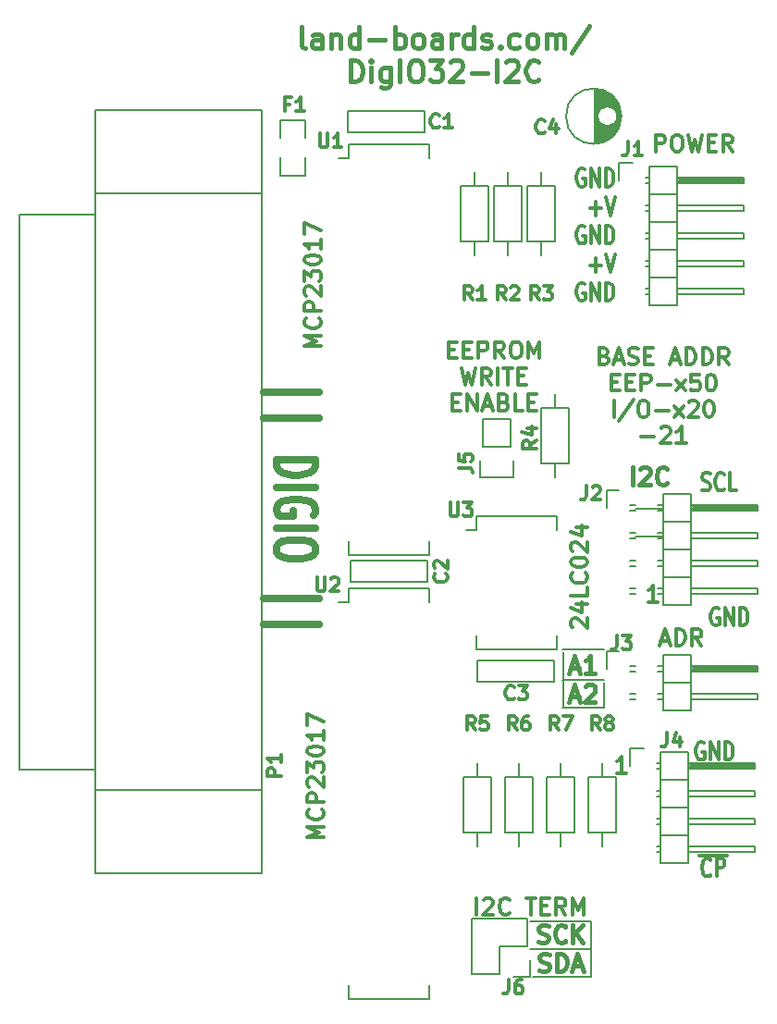
<source format=gto>
G04 #@! TF.FileFunction,Legend,Top*
%FSLAX46Y46*%
G04 Gerber Fmt 4.6, Leading zero omitted, Abs format (unit mm)*
G04 Created by KiCad (PCBNEW 4.0.1-stable) date 11/18/2016 12:56:03 PM*
%MOMM*%
G01*
G04 APERTURE LIST*
%ADD10C,0.150000*%
%ADD11C,0.300000*%
%ADD12C,0.200000*%
%ADD13C,0.396875*%
%ADD14C,0.381000*%
%ADD15C,0.635000*%
%ADD16C,0.127000*%
%ADD17C,0.317500*%
G04 APERTURE END LIST*
D10*
D11*
X61226095Y-92537643D02*
X61165619Y-92616262D01*
X60984190Y-92694881D01*
X60863238Y-92694881D01*
X60681810Y-92616262D01*
X60560857Y-92459024D01*
X60500381Y-92301786D01*
X60439905Y-91987310D01*
X60439905Y-91751452D01*
X60500381Y-91436976D01*
X60560857Y-91279738D01*
X60681810Y-91122500D01*
X60863238Y-91043881D01*
X60984190Y-91043881D01*
X61165619Y-91122500D01*
X61226095Y-91201119D01*
X61770381Y-92694881D02*
X61770381Y-91043881D01*
X62254190Y-91043881D01*
X62375143Y-91122500D01*
X62435619Y-91201119D01*
X62496095Y-91358357D01*
X62496095Y-91594214D01*
X62435619Y-91751452D01*
X62375143Y-91830071D01*
X62254190Y-91908690D01*
X61770381Y-91908690D01*
X60198000Y-90759280D02*
X62738000Y-90759280D01*
X60439905Y-57310262D02*
X60621333Y-57388881D01*
X60923714Y-57388881D01*
X61044667Y-57310262D01*
X61105143Y-57231643D01*
X61165619Y-57074405D01*
X61165619Y-56917167D01*
X61105143Y-56759929D01*
X61044667Y-56681310D01*
X60923714Y-56602690D01*
X60681810Y-56524071D01*
X60560857Y-56445452D01*
X60500381Y-56366833D01*
X60439905Y-56209595D01*
X60439905Y-56052357D01*
X60500381Y-55895119D01*
X60560857Y-55816500D01*
X60681810Y-55737881D01*
X60984190Y-55737881D01*
X61165619Y-55816500D01*
X62435619Y-57231643D02*
X62375143Y-57310262D01*
X62193714Y-57388881D01*
X62072762Y-57388881D01*
X61891334Y-57310262D01*
X61770381Y-57153024D01*
X61709905Y-56995786D01*
X61649429Y-56681310D01*
X61649429Y-56445452D01*
X61709905Y-56130976D01*
X61770381Y-55973738D01*
X61891334Y-55816500D01*
X62072762Y-55737881D01*
X62193714Y-55737881D01*
X62375143Y-55816500D01*
X62435619Y-55895119D01*
X63584667Y-57388881D02*
X62979905Y-57388881D01*
X62979905Y-55737881D01*
D12*
X50292000Y-99314000D02*
X44704000Y-99314000D01*
X50292000Y-101854000D02*
X44958000Y-101854000D01*
X50292000Y-96774000D02*
X50292000Y-101854000D01*
X44704000Y-96774000D02*
X50292000Y-96774000D01*
X47752000Y-72136000D02*
X47752000Y-77216000D01*
D13*
X48396072Y-73630896D02*
X49152024Y-73630896D01*
X48244881Y-74084468D02*
X48774048Y-72496968D01*
X49303215Y-74084468D01*
X50663929Y-74084468D02*
X49756786Y-74084468D01*
X50210357Y-74084468D02*
X50210357Y-72496968D01*
X50059167Y-72723753D01*
X49907976Y-72874944D01*
X49756786Y-72950539D01*
X48396072Y-76250271D02*
X49152024Y-76250271D01*
X48244881Y-76703843D02*
X48774048Y-75116343D01*
X49303215Y-76703843D01*
X49756786Y-75267533D02*
X49832381Y-75191938D01*
X49983572Y-75116343D01*
X50361548Y-75116343D01*
X50512738Y-75191938D01*
X50588334Y-75267533D01*
X50663929Y-75418724D01*
X50663929Y-75569914D01*
X50588334Y-75796700D01*
X49681191Y-76703843D01*
X50663929Y-76703843D01*
D11*
X25570571Y-44179427D02*
X24070571Y-44179427D01*
X25142000Y-43679427D01*
X24070571Y-43179427D01*
X25570571Y-43179427D01*
X25427714Y-41607998D02*
X25499143Y-41679427D01*
X25570571Y-41893713D01*
X25570571Y-42036570D01*
X25499143Y-42250855D01*
X25356286Y-42393713D01*
X25213429Y-42465141D01*
X24927714Y-42536570D01*
X24713429Y-42536570D01*
X24427714Y-42465141D01*
X24284857Y-42393713D01*
X24142000Y-42250855D01*
X24070571Y-42036570D01*
X24070571Y-41893713D01*
X24142000Y-41679427D01*
X24213429Y-41607998D01*
X25570571Y-40965141D02*
X24070571Y-40965141D01*
X24070571Y-40393713D01*
X24142000Y-40250855D01*
X24213429Y-40179427D01*
X24356286Y-40107998D01*
X24570571Y-40107998D01*
X24713429Y-40179427D01*
X24784857Y-40250855D01*
X24856286Y-40393713D01*
X24856286Y-40965141D01*
X24213429Y-39536570D02*
X24142000Y-39465141D01*
X24070571Y-39322284D01*
X24070571Y-38965141D01*
X24142000Y-38822284D01*
X24213429Y-38750855D01*
X24356286Y-38679427D01*
X24499143Y-38679427D01*
X24713429Y-38750855D01*
X25570571Y-39607998D01*
X25570571Y-38679427D01*
X24070571Y-38179427D02*
X24070571Y-37250856D01*
X24642000Y-37750856D01*
X24642000Y-37536570D01*
X24713429Y-37393713D01*
X24784857Y-37322284D01*
X24927714Y-37250856D01*
X25284857Y-37250856D01*
X25427714Y-37322284D01*
X25499143Y-37393713D01*
X25570571Y-37536570D01*
X25570571Y-37965142D01*
X25499143Y-38107999D01*
X25427714Y-38179427D01*
X24070571Y-36322285D02*
X24070571Y-36179428D01*
X24142000Y-36036571D01*
X24213429Y-35965142D01*
X24356286Y-35893713D01*
X24642000Y-35822285D01*
X24999143Y-35822285D01*
X25284857Y-35893713D01*
X25427714Y-35965142D01*
X25499143Y-36036571D01*
X25570571Y-36179428D01*
X25570571Y-36322285D01*
X25499143Y-36465142D01*
X25427714Y-36536571D01*
X25284857Y-36607999D01*
X24999143Y-36679428D01*
X24642000Y-36679428D01*
X24356286Y-36607999D01*
X24213429Y-36536571D01*
X24142000Y-36465142D01*
X24070571Y-36322285D01*
X25570571Y-34393714D02*
X25570571Y-35250857D01*
X25570571Y-34822285D02*
X24070571Y-34822285D01*
X24284857Y-34965142D01*
X24427714Y-35108000D01*
X24499143Y-35250857D01*
X24070571Y-33893714D02*
X24070571Y-32893714D01*
X25570571Y-33536571D01*
D12*
X54350000Y-59046000D02*
X56890000Y-59046000D01*
X54350000Y-61586000D02*
X56890000Y-61586000D01*
X47698000Y-71952000D02*
X51508000Y-71952000D01*
X47698000Y-74746000D02*
X51508000Y-74746000D01*
X51508000Y-77286000D02*
X51508000Y-75000000D01*
X47698000Y-77286000D02*
X51508000Y-77286000D01*
D11*
X56225714Y-26332571D02*
X56225714Y-24832571D01*
X56797142Y-24832571D01*
X56940000Y-24904000D01*
X57011428Y-24975429D01*
X57082857Y-25118286D01*
X57082857Y-25332571D01*
X57011428Y-25475429D01*
X56940000Y-25546857D01*
X56797142Y-25618286D01*
X56225714Y-25618286D01*
X58011428Y-24832571D02*
X58297142Y-24832571D01*
X58440000Y-24904000D01*
X58582857Y-25046857D01*
X58654285Y-25332571D01*
X58654285Y-25832571D01*
X58582857Y-26118286D01*
X58440000Y-26261143D01*
X58297142Y-26332571D01*
X58011428Y-26332571D01*
X57868571Y-26261143D01*
X57725714Y-26118286D01*
X57654285Y-25832571D01*
X57654285Y-25332571D01*
X57725714Y-25046857D01*
X57868571Y-24904000D01*
X58011428Y-24832571D01*
X59154286Y-24832571D02*
X59511429Y-26332571D01*
X59797143Y-25261143D01*
X60082857Y-26332571D01*
X60440000Y-24832571D01*
X61011429Y-25546857D02*
X61511429Y-25546857D01*
X61725715Y-26332571D02*
X61011429Y-26332571D01*
X61011429Y-24832571D01*
X61725715Y-24832571D01*
X63225715Y-26332571D02*
X62725715Y-25618286D01*
X62368572Y-26332571D02*
X62368572Y-24832571D01*
X62940000Y-24832571D01*
X63082858Y-24904000D01*
X63154286Y-24975429D01*
X63225715Y-25118286D01*
X63225715Y-25332571D01*
X63154286Y-25475429D01*
X63082858Y-25546857D01*
X62940000Y-25618286D01*
X62368572Y-25618286D01*
X37259143Y-44482857D02*
X37759143Y-44482857D01*
X37973429Y-45268571D02*
X37259143Y-45268571D01*
X37259143Y-43768571D01*
X37973429Y-43768571D01*
X38616286Y-44482857D02*
X39116286Y-44482857D01*
X39330572Y-45268571D02*
X38616286Y-45268571D01*
X38616286Y-43768571D01*
X39330572Y-43768571D01*
X39973429Y-45268571D02*
X39973429Y-43768571D01*
X40544857Y-43768571D01*
X40687715Y-43840000D01*
X40759143Y-43911429D01*
X40830572Y-44054286D01*
X40830572Y-44268571D01*
X40759143Y-44411429D01*
X40687715Y-44482857D01*
X40544857Y-44554286D01*
X39973429Y-44554286D01*
X42330572Y-45268571D02*
X41830572Y-44554286D01*
X41473429Y-45268571D02*
X41473429Y-43768571D01*
X42044857Y-43768571D01*
X42187715Y-43840000D01*
X42259143Y-43911429D01*
X42330572Y-44054286D01*
X42330572Y-44268571D01*
X42259143Y-44411429D01*
X42187715Y-44482857D01*
X42044857Y-44554286D01*
X41473429Y-44554286D01*
X43259143Y-43768571D02*
X43544857Y-43768571D01*
X43687715Y-43840000D01*
X43830572Y-43982857D01*
X43902000Y-44268571D01*
X43902000Y-44768571D01*
X43830572Y-45054286D01*
X43687715Y-45197143D01*
X43544857Y-45268571D01*
X43259143Y-45268571D01*
X43116286Y-45197143D01*
X42973429Y-45054286D01*
X42902000Y-44768571D01*
X42902000Y-44268571D01*
X42973429Y-43982857D01*
X43116286Y-43840000D01*
X43259143Y-43768571D01*
X44544858Y-45268571D02*
X44544858Y-43768571D01*
X45044858Y-44840000D01*
X45544858Y-43768571D01*
X45544858Y-45268571D01*
X38402000Y-46168571D02*
X38759143Y-47668571D01*
X39044857Y-46597143D01*
X39330571Y-47668571D01*
X39687714Y-46168571D01*
X41116286Y-47668571D02*
X40616286Y-46954286D01*
X40259143Y-47668571D02*
X40259143Y-46168571D01*
X40830571Y-46168571D01*
X40973429Y-46240000D01*
X41044857Y-46311429D01*
X41116286Y-46454286D01*
X41116286Y-46668571D01*
X41044857Y-46811429D01*
X40973429Y-46882857D01*
X40830571Y-46954286D01*
X40259143Y-46954286D01*
X41759143Y-47668571D02*
X41759143Y-46168571D01*
X42259143Y-46168571D02*
X43116286Y-46168571D01*
X42687715Y-47668571D02*
X42687715Y-46168571D01*
X43616286Y-46882857D02*
X44116286Y-46882857D01*
X44330572Y-47668571D02*
X43616286Y-47668571D01*
X43616286Y-46168571D01*
X44330572Y-46168571D01*
X37616286Y-49282857D02*
X38116286Y-49282857D01*
X38330572Y-50068571D02*
X37616286Y-50068571D01*
X37616286Y-48568571D01*
X38330572Y-48568571D01*
X38973429Y-50068571D02*
X38973429Y-48568571D01*
X39830572Y-50068571D01*
X39830572Y-48568571D01*
X40473429Y-49640000D02*
X41187715Y-49640000D01*
X40330572Y-50068571D02*
X40830572Y-48568571D01*
X41330572Y-50068571D01*
X42330572Y-49282857D02*
X42544858Y-49354286D01*
X42616286Y-49425714D01*
X42687715Y-49568571D01*
X42687715Y-49782857D01*
X42616286Y-49925714D01*
X42544858Y-49997143D01*
X42402000Y-50068571D01*
X41830572Y-50068571D01*
X41830572Y-48568571D01*
X42330572Y-48568571D01*
X42473429Y-48640000D01*
X42544858Y-48711429D01*
X42616286Y-48854286D01*
X42616286Y-48997143D01*
X42544858Y-49140000D01*
X42473429Y-49211429D01*
X42330572Y-49282857D01*
X41830572Y-49282857D01*
X44044858Y-50068571D02*
X43330572Y-50068571D01*
X43330572Y-48568571D01*
X44544858Y-49282857D02*
X45044858Y-49282857D01*
X45259144Y-50068571D02*
X44544858Y-50068571D01*
X44544858Y-48568571D01*
X45259144Y-48568571D01*
X48597429Y-69920856D02*
X48526000Y-69849427D01*
X48454571Y-69706570D01*
X48454571Y-69349427D01*
X48526000Y-69206570D01*
X48597429Y-69135141D01*
X48740286Y-69063713D01*
X48883143Y-69063713D01*
X49097429Y-69135141D01*
X49954571Y-69992284D01*
X49954571Y-69063713D01*
X48954571Y-67777999D02*
X49954571Y-67777999D01*
X48383143Y-68135142D02*
X49454571Y-68492285D01*
X49454571Y-67563713D01*
X49954571Y-66277999D02*
X49954571Y-66992285D01*
X48454571Y-66992285D01*
X49811714Y-64920856D02*
X49883143Y-64992285D01*
X49954571Y-65206571D01*
X49954571Y-65349428D01*
X49883143Y-65563713D01*
X49740286Y-65706571D01*
X49597429Y-65777999D01*
X49311714Y-65849428D01*
X49097429Y-65849428D01*
X48811714Y-65777999D01*
X48668857Y-65706571D01*
X48526000Y-65563713D01*
X48454571Y-65349428D01*
X48454571Y-65206571D01*
X48526000Y-64992285D01*
X48597429Y-64920856D01*
X48454571Y-63992285D02*
X48454571Y-63849428D01*
X48526000Y-63706571D01*
X48597429Y-63635142D01*
X48740286Y-63563713D01*
X49026000Y-63492285D01*
X49383143Y-63492285D01*
X49668857Y-63563713D01*
X49811714Y-63635142D01*
X49883143Y-63706571D01*
X49954571Y-63849428D01*
X49954571Y-63992285D01*
X49883143Y-64135142D01*
X49811714Y-64206571D01*
X49668857Y-64277999D01*
X49383143Y-64349428D01*
X49026000Y-64349428D01*
X48740286Y-64277999D01*
X48597429Y-64206571D01*
X48526000Y-64135142D01*
X48454571Y-63992285D01*
X48597429Y-62920857D02*
X48526000Y-62849428D01*
X48454571Y-62706571D01*
X48454571Y-62349428D01*
X48526000Y-62206571D01*
X48597429Y-62135142D01*
X48740286Y-62063714D01*
X48883143Y-62063714D01*
X49097429Y-62135142D01*
X49954571Y-62992285D01*
X49954571Y-62063714D01*
X48954571Y-60778000D02*
X49954571Y-60778000D01*
X48383143Y-61135143D02*
X49454571Y-61492286D01*
X49454571Y-60563714D01*
X25824571Y-89137427D02*
X24324571Y-89137427D01*
X25396000Y-88637427D01*
X24324571Y-88137427D01*
X25824571Y-88137427D01*
X25681714Y-86565998D02*
X25753143Y-86637427D01*
X25824571Y-86851713D01*
X25824571Y-86994570D01*
X25753143Y-87208855D01*
X25610286Y-87351713D01*
X25467429Y-87423141D01*
X25181714Y-87494570D01*
X24967429Y-87494570D01*
X24681714Y-87423141D01*
X24538857Y-87351713D01*
X24396000Y-87208855D01*
X24324571Y-86994570D01*
X24324571Y-86851713D01*
X24396000Y-86637427D01*
X24467429Y-86565998D01*
X25824571Y-85923141D02*
X24324571Y-85923141D01*
X24324571Y-85351713D01*
X24396000Y-85208855D01*
X24467429Y-85137427D01*
X24610286Y-85065998D01*
X24824571Y-85065998D01*
X24967429Y-85137427D01*
X25038857Y-85208855D01*
X25110286Y-85351713D01*
X25110286Y-85923141D01*
X24467429Y-84494570D02*
X24396000Y-84423141D01*
X24324571Y-84280284D01*
X24324571Y-83923141D01*
X24396000Y-83780284D01*
X24467429Y-83708855D01*
X24610286Y-83637427D01*
X24753143Y-83637427D01*
X24967429Y-83708855D01*
X25824571Y-84565998D01*
X25824571Y-83637427D01*
X24324571Y-83137427D02*
X24324571Y-82208856D01*
X24896000Y-82708856D01*
X24896000Y-82494570D01*
X24967429Y-82351713D01*
X25038857Y-82280284D01*
X25181714Y-82208856D01*
X25538857Y-82208856D01*
X25681714Y-82280284D01*
X25753143Y-82351713D01*
X25824571Y-82494570D01*
X25824571Y-82923142D01*
X25753143Y-83065999D01*
X25681714Y-83137427D01*
X24324571Y-81280285D02*
X24324571Y-81137428D01*
X24396000Y-80994571D01*
X24467429Y-80923142D01*
X24610286Y-80851713D01*
X24896000Y-80780285D01*
X25253143Y-80780285D01*
X25538857Y-80851713D01*
X25681714Y-80923142D01*
X25753143Y-80994571D01*
X25824571Y-81137428D01*
X25824571Y-81280285D01*
X25753143Y-81423142D01*
X25681714Y-81494571D01*
X25538857Y-81565999D01*
X25253143Y-81637428D01*
X24896000Y-81637428D01*
X24610286Y-81565999D01*
X24467429Y-81494571D01*
X24396000Y-81423142D01*
X24324571Y-81280285D01*
X25824571Y-79351714D02*
X25824571Y-80208857D01*
X25824571Y-79780285D02*
X24324571Y-79780285D01*
X24538857Y-79923142D01*
X24681714Y-80066000D01*
X24753143Y-80208857D01*
X24324571Y-78851714D02*
X24324571Y-77851714D01*
X25824571Y-78494571D01*
D13*
X45456929Y-98646873D02*
X45683715Y-98722468D01*
X46061691Y-98722468D01*
X46212881Y-98646873D01*
X46288477Y-98571277D01*
X46364072Y-98420087D01*
X46364072Y-98268896D01*
X46288477Y-98117706D01*
X46212881Y-98042111D01*
X46061691Y-97966515D01*
X45759310Y-97890920D01*
X45608119Y-97815325D01*
X45532524Y-97739730D01*
X45456929Y-97588539D01*
X45456929Y-97437349D01*
X45532524Y-97286158D01*
X45608119Y-97210563D01*
X45759310Y-97134968D01*
X46137286Y-97134968D01*
X46364072Y-97210563D01*
X47951572Y-98571277D02*
X47875977Y-98646873D01*
X47649191Y-98722468D01*
X47498001Y-98722468D01*
X47271215Y-98646873D01*
X47120024Y-98495682D01*
X47044429Y-98344492D01*
X46968834Y-98042111D01*
X46968834Y-97815325D01*
X47044429Y-97512944D01*
X47120024Y-97361753D01*
X47271215Y-97210563D01*
X47498001Y-97134968D01*
X47649191Y-97134968D01*
X47875977Y-97210563D01*
X47951572Y-97286158D01*
X48631929Y-98722468D02*
X48631929Y-97134968D01*
X49539072Y-98722468D02*
X48858715Y-97815325D01*
X49539072Y-97134968D02*
X48631929Y-98042111D01*
X45570322Y-101266248D02*
X45797108Y-101341843D01*
X46175084Y-101341843D01*
X46326274Y-101266248D01*
X46401870Y-101190652D01*
X46477465Y-101039462D01*
X46477465Y-100888271D01*
X46401870Y-100737081D01*
X46326274Y-100661486D01*
X46175084Y-100585890D01*
X45872703Y-100510295D01*
X45721512Y-100434700D01*
X45645917Y-100359105D01*
X45570322Y-100207914D01*
X45570322Y-100056724D01*
X45645917Y-99905533D01*
X45721512Y-99829938D01*
X45872703Y-99754343D01*
X46250679Y-99754343D01*
X46477465Y-99829938D01*
X47157822Y-101341843D02*
X47157822Y-99754343D01*
X47535798Y-99754343D01*
X47762584Y-99829938D01*
X47913775Y-99981128D01*
X47989370Y-100132319D01*
X48064965Y-100434700D01*
X48064965Y-100661486D01*
X47989370Y-100963867D01*
X47913775Y-101115057D01*
X47762584Y-101266248D01*
X47535798Y-101341843D01*
X47157822Y-101341843D01*
X48669727Y-100888271D02*
X49425679Y-100888271D01*
X48518536Y-101341843D02*
X49047703Y-99754343D01*
X49576870Y-101341843D01*
D11*
X39811143Y-96182571D02*
X39811143Y-94682571D01*
X40454000Y-94825429D02*
X40525429Y-94754000D01*
X40668286Y-94682571D01*
X41025429Y-94682571D01*
X41168286Y-94754000D01*
X41239715Y-94825429D01*
X41311143Y-94968286D01*
X41311143Y-95111143D01*
X41239715Y-95325429D01*
X40382572Y-96182571D01*
X41311143Y-96182571D01*
X42811143Y-96039714D02*
X42739714Y-96111143D01*
X42525428Y-96182571D01*
X42382571Y-96182571D01*
X42168286Y-96111143D01*
X42025428Y-95968286D01*
X41954000Y-95825429D01*
X41882571Y-95539714D01*
X41882571Y-95325429D01*
X41954000Y-95039714D01*
X42025428Y-94896857D01*
X42168286Y-94754000D01*
X42382571Y-94682571D01*
X42525428Y-94682571D01*
X42739714Y-94754000D01*
X42811143Y-94825429D01*
X44382571Y-94682571D02*
X45239714Y-94682571D01*
X44811143Y-96182571D02*
X44811143Y-94682571D01*
X45739714Y-95396857D02*
X46239714Y-95396857D01*
X46454000Y-96182571D02*
X45739714Y-96182571D01*
X45739714Y-94682571D01*
X46454000Y-94682571D01*
X47954000Y-96182571D02*
X47454000Y-95468286D01*
X47096857Y-96182571D02*
X47096857Y-94682571D01*
X47668285Y-94682571D01*
X47811143Y-94754000D01*
X47882571Y-94825429D01*
X47954000Y-94968286D01*
X47954000Y-95182571D01*
X47882571Y-95325429D01*
X47811143Y-95396857D01*
X47668285Y-95468286D01*
X47096857Y-95468286D01*
X48596857Y-96182571D02*
X48596857Y-94682571D01*
X49096857Y-95754000D01*
X49596857Y-94682571D01*
X49596857Y-96182571D01*
X56673714Y-71116000D02*
X57388000Y-71116000D01*
X56530857Y-71544571D02*
X57030857Y-70044571D01*
X57530857Y-71544571D01*
X58030857Y-71544571D02*
X58030857Y-70044571D01*
X58388000Y-70044571D01*
X58602285Y-70116000D01*
X58745143Y-70258857D01*
X58816571Y-70401714D01*
X58888000Y-70687429D01*
X58888000Y-70901714D01*
X58816571Y-71187429D01*
X58745143Y-71330286D01*
X58602285Y-71473143D01*
X58388000Y-71544571D01*
X58030857Y-71544571D01*
X60388000Y-71544571D02*
X59888000Y-70830286D01*
X59530857Y-71544571D02*
X59530857Y-70044571D01*
X60102285Y-70044571D01*
X60245143Y-70116000D01*
X60316571Y-70187429D01*
X60388000Y-70330286D01*
X60388000Y-70544571D01*
X60316571Y-70687429D01*
X60245143Y-70758857D01*
X60102285Y-70830286D01*
X59530857Y-70830286D01*
X53514572Y-83228571D02*
X52657429Y-83228571D01*
X53086001Y-83228571D02*
X53086001Y-81728571D01*
X52943144Y-81942857D01*
X52800286Y-82085714D01*
X52657429Y-82157143D01*
X56386572Y-67574571D02*
X55529429Y-67574571D01*
X55958001Y-67574571D02*
X55958001Y-66074571D01*
X55815144Y-66288857D01*
X55672286Y-66431714D01*
X55529429Y-66503143D01*
X49675143Y-27987700D02*
X49554191Y-27909081D01*
X49372762Y-27909081D01*
X49191334Y-27987700D01*
X49070381Y-28144938D01*
X49009905Y-28302176D01*
X48949429Y-28616652D01*
X48949429Y-28852510D01*
X49009905Y-29166986D01*
X49070381Y-29324224D01*
X49191334Y-29481462D01*
X49372762Y-29560081D01*
X49493714Y-29560081D01*
X49675143Y-29481462D01*
X49735619Y-29402843D01*
X49735619Y-28852510D01*
X49493714Y-28852510D01*
X50279905Y-29560081D02*
X50279905Y-27909081D01*
X51005619Y-29560081D01*
X51005619Y-27909081D01*
X51610381Y-29560081D02*
X51610381Y-27909081D01*
X51912762Y-27909081D01*
X52094190Y-27987700D01*
X52215143Y-28144938D01*
X52275619Y-28302176D01*
X52336095Y-28616652D01*
X52336095Y-28852510D01*
X52275619Y-29166986D01*
X52215143Y-29324224D01*
X52094190Y-29481462D01*
X51912762Y-29560081D01*
X51610381Y-29560081D01*
X50219429Y-31542529D02*
X51187048Y-31542529D01*
X50703238Y-32171481D02*
X50703238Y-30913576D01*
X51610381Y-30520481D02*
X52033715Y-32171481D01*
X52457048Y-30520481D01*
X49675143Y-33210500D02*
X49554191Y-33131881D01*
X49372762Y-33131881D01*
X49191334Y-33210500D01*
X49070381Y-33367738D01*
X49009905Y-33524976D01*
X48949429Y-33839452D01*
X48949429Y-34075310D01*
X49009905Y-34389786D01*
X49070381Y-34547024D01*
X49191334Y-34704262D01*
X49372762Y-34782881D01*
X49493714Y-34782881D01*
X49675143Y-34704262D01*
X49735619Y-34625643D01*
X49735619Y-34075310D01*
X49493714Y-34075310D01*
X50279905Y-34782881D02*
X50279905Y-33131881D01*
X51005619Y-34782881D01*
X51005619Y-33131881D01*
X51610381Y-34782881D02*
X51610381Y-33131881D01*
X51912762Y-33131881D01*
X52094190Y-33210500D01*
X52215143Y-33367738D01*
X52275619Y-33524976D01*
X52336095Y-33839452D01*
X52336095Y-34075310D01*
X52275619Y-34389786D01*
X52215143Y-34547024D01*
X52094190Y-34704262D01*
X51912762Y-34782881D01*
X51610381Y-34782881D01*
X50219429Y-36765329D02*
X51187048Y-36765329D01*
X50703238Y-37394281D02*
X50703238Y-36136376D01*
X51610381Y-35743281D02*
X52033715Y-37394281D01*
X52457048Y-35743281D01*
X49675143Y-38433300D02*
X49554191Y-38354681D01*
X49372762Y-38354681D01*
X49191334Y-38433300D01*
X49070381Y-38590538D01*
X49009905Y-38747776D01*
X48949429Y-39062252D01*
X48949429Y-39298110D01*
X49009905Y-39612586D01*
X49070381Y-39769824D01*
X49191334Y-39927062D01*
X49372762Y-40005681D01*
X49493714Y-40005681D01*
X49675143Y-39927062D01*
X49735619Y-39848443D01*
X49735619Y-39298110D01*
X49493714Y-39298110D01*
X50279905Y-40005681D02*
X50279905Y-38354681D01*
X51005619Y-40005681D01*
X51005619Y-38354681D01*
X51610381Y-40005681D02*
X51610381Y-38354681D01*
X51912762Y-38354681D01*
X52094190Y-38433300D01*
X52215143Y-38590538D01*
X52275619Y-38747776D01*
X52336095Y-39062252D01*
X52336095Y-39298110D01*
X52275619Y-39612586D01*
X52215143Y-39769824D01*
X52094190Y-39927062D01*
X51912762Y-40005681D01*
X51610381Y-40005681D01*
X60597143Y-80454500D02*
X60476191Y-80375881D01*
X60294762Y-80375881D01*
X60113334Y-80454500D01*
X59992381Y-80611738D01*
X59931905Y-80768976D01*
X59871429Y-81083452D01*
X59871429Y-81319310D01*
X59931905Y-81633786D01*
X59992381Y-81791024D01*
X60113334Y-81948262D01*
X60294762Y-82026881D01*
X60415714Y-82026881D01*
X60597143Y-81948262D01*
X60657619Y-81869643D01*
X60657619Y-81319310D01*
X60415714Y-81319310D01*
X61201905Y-82026881D02*
X61201905Y-80375881D01*
X61927619Y-82026881D01*
X61927619Y-80375881D01*
X62532381Y-82026881D02*
X62532381Y-80375881D01*
X62834762Y-80375881D01*
X63016190Y-80454500D01*
X63137143Y-80611738D01*
X63197619Y-80768976D01*
X63258095Y-81083452D01*
X63258095Y-81319310D01*
X63197619Y-81633786D01*
X63137143Y-81791024D01*
X63016190Y-81948262D01*
X62834762Y-82026881D01*
X62532381Y-82026881D01*
X51503144Y-45060857D02*
X51717430Y-45132286D01*
X51788858Y-45203714D01*
X51860287Y-45346571D01*
X51860287Y-45560857D01*
X51788858Y-45703714D01*
X51717430Y-45775143D01*
X51574572Y-45846571D01*
X51003144Y-45846571D01*
X51003144Y-44346571D01*
X51503144Y-44346571D01*
X51646001Y-44418000D01*
X51717430Y-44489429D01*
X51788858Y-44632286D01*
X51788858Y-44775143D01*
X51717430Y-44918000D01*
X51646001Y-44989429D01*
X51503144Y-45060857D01*
X51003144Y-45060857D01*
X52431715Y-45418000D02*
X53146001Y-45418000D01*
X52288858Y-45846571D02*
X52788858Y-44346571D01*
X53288858Y-45846571D01*
X53717429Y-45775143D02*
X53931715Y-45846571D01*
X54288858Y-45846571D01*
X54431715Y-45775143D01*
X54503144Y-45703714D01*
X54574572Y-45560857D01*
X54574572Y-45418000D01*
X54503144Y-45275143D01*
X54431715Y-45203714D01*
X54288858Y-45132286D01*
X54003144Y-45060857D01*
X53860286Y-44989429D01*
X53788858Y-44918000D01*
X53717429Y-44775143D01*
X53717429Y-44632286D01*
X53788858Y-44489429D01*
X53860286Y-44418000D01*
X54003144Y-44346571D01*
X54360286Y-44346571D01*
X54574572Y-44418000D01*
X55217429Y-45060857D02*
X55717429Y-45060857D01*
X55931715Y-45846571D02*
X55217429Y-45846571D01*
X55217429Y-44346571D01*
X55931715Y-44346571D01*
X57646000Y-45418000D02*
X58360286Y-45418000D01*
X57503143Y-45846571D02*
X58003143Y-44346571D01*
X58503143Y-45846571D01*
X59003143Y-45846571D02*
X59003143Y-44346571D01*
X59360286Y-44346571D01*
X59574571Y-44418000D01*
X59717429Y-44560857D01*
X59788857Y-44703714D01*
X59860286Y-44989429D01*
X59860286Y-45203714D01*
X59788857Y-45489429D01*
X59717429Y-45632286D01*
X59574571Y-45775143D01*
X59360286Y-45846571D01*
X59003143Y-45846571D01*
X60503143Y-45846571D02*
X60503143Y-44346571D01*
X60860286Y-44346571D01*
X61074571Y-44418000D01*
X61217429Y-44560857D01*
X61288857Y-44703714D01*
X61360286Y-44989429D01*
X61360286Y-45203714D01*
X61288857Y-45489429D01*
X61217429Y-45632286D01*
X61074571Y-45775143D01*
X60860286Y-45846571D01*
X60503143Y-45846571D01*
X62860286Y-45846571D02*
X62360286Y-45132286D01*
X62003143Y-45846571D02*
X62003143Y-44346571D01*
X62574571Y-44346571D01*
X62717429Y-44418000D01*
X62788857Y-44489429D01*
X62860286Y-44632286D01*
X62860286Y-44846571D01*
X62788857Y-44989429D01*
X62717429Y-45060857D01*
X62574571Y-45132286D01*
X62003143Y-45132286D01*
X52181715Y-47460857D02*
X52681715Y-47460857D01*
X52896001Y-48246571D02*
X52181715Y-48246571D01*
X52181715Y-46746571D01*
X52896001Y-46746571D01*
X53538858Y-47460857D02*
X54038858Y-47460857D01*
X54253144Y-48246571D02*
X53538858Y-48246571D01*
X53538858Y-46746571D01*
X54253144Y-46746571D01*
X54896001Y-48246571D02*
X54896001Y-46746571D01*
X55467429Y-46746571D01*
X55610287Y-46818000D01*
X55681715Y-46889429D01*
X55753144Y-47032286D01*
X55753144Y-47246571D01*
X55681715Y-47389429D01*
X55610287Y-47460857D01*
X55467429Y-47532286D01*
X54896001Y-47532286D01*
X56396001Y-47675143D02*
X57538858Y-47675143D01*
X58110287Y-48246571D02*
X58896001Y-47246571D01*
X58110287Y-47246571D02*
X58896001Y-48246571D01*
X60181716Y-46746571D02*
X59467430Y-46746571D01*
X59396001Y-47460857D01*
X59467430Y-47389429D01*
X59610287Y-47318000D01*
X59967430Y-47318000D01*
X60110287Y-47389429D01*
X60181716Y-47460857D01*
X60253144Y-47603714D01*
X60253144Y-47960857D01*
X60181716Y-48103714D01*
X60110287Y-48175143D01*
X59967430Y-48246571D01*
X59610287Y-48246571D01*
X59467430Y-48175143D01*
X59396001Y-48103714D01*
X61181715Y-46746571D02*
X61324572Y-46746571D01*
X61467429Y-46818000D01*
X61538858Y-46889429D01*
X61610287Y-47032286D01*
X61681715Y-47318000D01*
X61681715Y-47675143D01*
X61610287Y-47960857D01*
X61538858Y-48103714D01*
X61467429Y-48175143D01*
X61324572Y-48246571D01*
X61181715Y-48246571D01*
X61038858Y-48175143D01*
X60967429Y-48103714D01*
X60896001Y-47960857D01*
X60824572Y-47675143D01*
X60824572Y-47318000D01*
X60896001Y-47032286D01*
X60967429Y-46889429D01*
X61038858Y-46818000D01*
X61181715Y-46746571D01*
X52360286Y-50646571D02*
X52360286Y-49146571D01*
X54146000Y-49075143D02*
X52860286Y-51003714D01*
X54931715Y-49146571D02*
X55217429Y-49146571D01*
X55360287Y-49218000D01*
X55503144Y-49360857D01*
X55574572Y-49646571D01*
X55574572Y-50146571D01*
X55503144Y-50432286D01*
X55360287Y-50575143D01*
X55217429Y-50646571D01*
X54931715Y-50646571D01*
X54788858Y-50575143D01*
X54646001Y-50432286D01*
X54574572Y-50146571D01*
X54574572Y-49646571D01*
X54646001Y-49360857D01*
X54788858Y-49218000D01*
X54931715Y-49146571D01*
X56217430Y-50075143D02*
X57360287Y-50075143D01*
X57931716Y-50646571D02*
X58717430Y-49646571D01*
X57931716Y-49646571D02*
X58717430Y-50646571D01*
X59217430Y-49289429D02*
X59288859Y-49218000D01*
X59431716Y-49146571D01*
X59788859Y-49146571D01*
X59931716Y-49218000D01*
X60003145Y-49289429D01*
X60074573Y-49432286D01*
X60074573Y-49575143D01*
X60003145Y-49789429D01*
X59146002Y-50646571D01*
X60074573Y-50646571D01*
X61003144Y-49146571D02*
X61146001Y-49146571D01*
X61288858Y-49218000D01*
X61360287Y-49289429D01*
X61431716Y-49432286D01*
X61503144Y-49718000D01*
X61503144Y-50075143D01*
X61431716Y-50360857D01*
X61360287Y-50503714D01*
X61288858Y-50575143D01*
X61146001Y-50646571D01*
X61003144Y-50646571D01*
X60860287Y-50575143D01*
X60788858Y-50503714D01*
X60717430Y-50360857D01*
X60646001Y-50075143D01*
X60646001Y-49718000D01*
X60717430Y-49432286D01*
X60788858Y-49289429D01*
X60860287Y-49218000D01*
X61003144Y-49146571D01*
X54896001Y-52475143D02*
X56038858Y-52475143D01*
X56681715Y-51689429D02*
X56753144Y-51618000D01*
X56896001Y-51546571D01*
X57253144Y-51546571D01*
X57396001Y-51618000D01*
X57467430Y-51689429D01*
X57538858Y-51832286D01*
X57538858Y-51975143D01*
X57467430Y-52189429D01*
X56610287Y-53046571D01*
X57538858Y-53046571D01*
X58967429Y-53046571D02*
X58110286Y-53046571D01*
X58538858Y-53046571D02*
X58538858Y-51546571D01*
X58396001Y-51760857D01*
X58253143Y-51903714D01*
X58110286Y-51975143D01*
D14*
X24084645Y-16863786D02*
X23903217Y-16773071D01*
X23812502Y-16591643D01*
X23812502Y-14958786D01*
X25626788Y-16863786D02*
X25626788Y-15865929D01*
X25536074Y-15684500D01*
X25354645Y-15593786D01*
X24991788Y-15593786D01*
X24810359Y-15684500D01*
X25626788Y-16773071D02*
X25445359Y-16863786D01*
X24991788Y-16863786D01*
X24810359Y-16773071D01*
X24719645Y-16591643D01*
X24719645Y-16410214D01*
X24810359Y-16228786D01*
X24991788Y-16138071D01*
X25445359Y-16138071D01*
X25626788Y-16047357D01*
X26533930Y-15593786D02*
X26533930Y-16863786D01*
X26533930Y-15775214D02*
X26624645Y-15684500D01*
X26806073Y-15593786D01*
X27078216Y-15593786D01*
X27259645Y-15684500D01*
X27350359Y-15865929D01*
X27350359Y-16863786D01*
X29073930Y-16863786D02*
X29073930Y-14958786D01*
X29073930Y-16773071D02*
X28892501Y-16863786D01*
X28529644Y-16863786D01*
X28348216Y-16773071D01*
X28257501Y-16682357D01*
X28166787Y-16500929D01*
X28166787Y-15956643D01*
X28257501Y-15775214D01*
X28348216Y-15684500D01*
X28529644Y-15593786D01*
X28892501Y-15593786D01*
X29073930Y-15684500D01*
X29981072Y-16138071D02*
X31432501Y-16138071D01*
X32339643Y-16863786D02*
X32339643Y-14958786D01*
X32339643Y-15684500D02*
X32521072Y-15593786D01*
X32883929Y-15593786D01*
X33065358Y-15684500D01*
X33156072Y-15775214D01*
X33246786Y-15956643D01*
X33246786Y-16500929D01*
X33156072Y-16682357D01*
X33065358Y-16773071D01*
X32883929Y-16863786D01*
X32521072Y-16863786D01*
X32339643Y-16773071D01*
X34335357Y-16863786D02*
X34153929Y-16773071D01*
X34063214Y-16682357D01*
X33972500Y-16500929D01*
X33972500Y-15956643D01*
X34063214Y-15775214D01*
X34153929Y-15684500D01*
X34335357Y-15593786D01*
X34607500Y-15593786D01*
X34788929Y-15684500D01*
X34879643Y-15775214D01*
X34970357Y-15956643D01*
X34970357Y-16500929D01*
X34879643Y-16682357D01*
X34788929Y-16773071D01*
X34607500Y-16863786D01*
X34335357Y-16863786D01*
X36603214Y-16863786D02*
X36603214Y-15865929D01*
X36512500Y-15684500D01*
X36331071Y-15593786D01*
X35968214Y-15593786D01*
X35786785Y-15684500D01*
X36603214Y-16773071D02*
X36421785Y-16863786D01*
X35968214Y-16863786D01*
X35786785Y-16773071D01*
X35696071Y-16591643D01*
X35696071Y-16410214D01*
X35786785Y-16228786D01*
X35968214Y-16138071D01*
X36421785Y-16138071D01*
X36603214Y-16047357D01*
X37510356Y-16863786D02*
X37510356Y-15593786D01*
X37510356Y-15956643D02*
X37601071Y-15775214D01*
X37691785Y-15684500D01*
X37873214Y-15593786D01*
X38054642Y-15593786D01*
X39506071Y-16863786D02*
X39506071Y-14958786D01*
X39506071Y-16773071D02*
X39324642Y-16863786D01*
X38961785Y-16863786D01*
X38780357Y-16773071D01*
X38689642Y-16682357D01*
X38598928Y-16500929D01*
X38598928Y-15956643D01*
X38689642Y-15775214D01*
X38780357Y-15684500D01*
X38961785Y-15593786D01*
X39324642Y-15593786D01*
X39506071Y-15684500D01*
X40322499Y-16773071D02*
X40503928Y-16863786D01*
X40866785Y-16863786D01*
X41048213Y-16773071D01*
X41138928Y-16591643D01*
X41138928Y-16500929D01*
X41048213Y-16319500D01*
X40866785Y-16228786D01*
X40594642Y-16228786D01*
X40413213Y-16138071D01*
X40322499Y-15956643D01*
X40322499Y-15865929D01*
X40413213Y-15684500D01*
X40594642Y-15593786D01*
X40866785Y-15593786D01*
X41048213Y-15684500D01*
X41955356Y-16682357D02*
X42046071Y-16773071D01*
X41955356Y-16863786D01*
X41864642Y-16773071D01*
X41955356Y-16682357D01*
X41955356Y-16863786D01*
X43678928Y-16773071D02*
X43497499Y-16863786D01*
X43134642Y-16863786D01*
X42953214Y-16773071D01*
X42862499Y-16682357D01*
X42771785Y-16500929D01*
X42771785Y-15956643D01*
X42862499Y-15775214D01*
X42953214Y-15684500D01*
X43134642Y-15593786D01*
X43497499Y-15593786D01*
X43678928Y-15684500D01*
X44767499Y-16863786D02*
X44586071Y-16773071D01*
X44495356Y-16682357D01*
X44404642Y-16500929D01*
X44404642Y-15956643D01*
X44495356Y-15775214D01*
X44586071Y-15684500D01*
X44767499Y-15593786D01*
X45039642Y-15593786D01*
X45221071Y-15684500D01*
X45311785Y-15775214D01*
X45402499Y-15956643D01*
X45402499Y-16500929D01*
X45311785Y-16682357D01*
X45221071Y-16773071D01*
X45039642Y-16863786D01*
X44767499Y-16863786D01*
X46218927Y-16863786D02*
X46218927Y-15593786D01*
X46218927Y-15775214D02*
X46309642Y-15684500D01*
X46491070Y-15593786D01*
X46763213Y-15593786D01*
X46944642Y-15684500D01*
X47035356Y-15865929D01*
X47035356Y-16863786D01*
X47035356Y-15865929D02*
X47126070Y-15684500D01*
X47307499Y-15593786D01*
X47579642Y-15593786D01*
X47761070Y-15684500D01*
X47851785Y-15865929D01*
X47851785Y-16863786D01*
X50119642Y-14868071D02*
X48486785Y-17317357D01*
X28257500Y-19911786D02*
X28257500Y-18006786D01*
X28711072Y-18006786D01*
X28983215Y-18097500D01*
X29164643Y-18278929D01*
X29255358Y-18460357D01*
X29346072Y-18823214D01*
X29346072Y-19095357D01*
X29255358Y-19458214D01*
X29164643Y-19639643D01*
X28983215Y-19821071D01*
X28711072Y-19911786D01*
X28257500Y-19911786D01*
X30162500Y-19911786D02*
X30162500Y-18641786D01*
X30162500Y-18006786D02*
X30071786Y-18097500D01*
X30162500Y-18188214D01*
X30253215Y-18097500D01*
X30162500Y-18006786D01*
X30162500Y-18188214D01*
X31886072Y-18641786D02*
X31886072Y-20183929D01*
X31795358Y-20365357D01*
X31704643Y-20456071D01*
X31523215Y-20546786D01*
X31251072Y-20546786D01*
X31069643Y-20456071D01*
X31886072Y-19821071D02*
X31704643Y-19911786D01*
X31341786Y-19911786D01*
X31160358Y-19821071D01*
X31069643Y-19730357D01*
X30978929Y-19548929D01*
X30978929Y-19004643D01*
X31069643Y-18823214D01*
X31160358Y-18732500D01*
X31341786Y-18641786D01*
X31704643Y-18641786D01*
X31886072Y-18732500D01*
X32793214Y-19911786D02*
X32793214Y-18006786D01*
X34063215Y-18006786D02*
X34426072Y-18006786D01*
X34607500Y-18097500D01*
X34788929Y-18278929D01*
X34879643Y-18641786D01*
X34879643Y-19276786D01*
X34788929Y-19639643D01*
X34607500Y-19821071D01*
X34426072Y-19911786D01*
X34063215Y-19911786D01*
X33881786Y-19821071D01*
X33700357Y-19639643D01*
X33609643Y-19276786D01*
X33609643Y-18641786D01*
X33700357Y-18278929D01*
X33881786Y-18097500D01*
X34063215Y-18006786D01*
X35514643Y-18006786D02*
X36693929Y-18006786D01*
X36058929Y-18732500D01*
X36331071Y-18732500D01*
X36512500Y-18823214D01*
X36603214Y-18913929D01*
X36693929Y-19095357D01*
X36693929Y-19548929D01*
X36603214Y-19730357D01*
X36512500Y-19821071D01*
X36331071Y-19911786D01*
X35786786Y-19911786D01*
X35605357Y-19821071D01*
X35514643Y-19730357D01*
X37419643Y-18188214D02*
X37510357Y-18097500D01*
X37691786Y-18006786D01*
X38145357Y-18006786D01*
X38326786Y-18097500D01*
X38417500Y-18188214D01*
X38508215Y-18369643D01*
X38508215Y-18551071D01*
X38417500Y-18823214D01*
X37328929Y-19911786D01*
X38508215Y-19911786D01*
X39324643Y-19186071D02*
X40776072Y-19186071D01*
X41683214Y-19911786D02*
X41683214Y-18006786D01*
X42499643Y-18188214D02*
X42590357Y-18097500D01*
X42771786Y-18006786D01*
X43225357Y-18006786D01*
X43406786Y-18097500D01*
X43497500Y-18188214D01*
X43588215Y-18369643D01*
X43588215Y-18551071D01*
X43497500Y-18823214D01*
X42408929Y-19911786D01*
X43588215Y-19911786D01*
X45493215Y-19730357D02*
X45402501Y-19821071D01*
X45130358Y-19911786D01*
X44948929Y-19911786D01*
X44676786Y-19821071D01*
X44495358Y-19639643D01*
X44404643Y-19458214D01*
X44313929Y-19095357D01*
X44313929Y-18823214D01*
X44404643Y-18460357D01*
X44495358Y-18278929D01*
X44676786Y-18097500D01*
X44948929Y-18006786D01*
X45130358Y-18006786D01*
X45402501Y-18097500D01*
X45493215Y-18188214D01*
D13*
X54076298Y-56852155D02*
X54076298Y-55264655D01*
X54756655Y-55415845D02*
X54832250Y-55340250D01*
X54983441Y-55264655D01*
X55361417Y-55264655D01*
X55512607Y-55340250D01*
X55588203Y-55415845D01*
X55663798Y-55567036D01*
X55663798Y-55718226D01*
X55588203Y-55945012D01*
X54681060Y-56852155D01*
X55663798Y-56852155D01*
X57251298Y-56700964D02*
X57175703Y-56776560D01*
X56948917Y-56852155D01*
X56797727Y-56852155D01*
X56570941Y-56776560D01*
X56419750Y-56625369D01*
X56344155Y-56474179D01*
X56268560Y-56171798D01*
X56268560Y-55945012D01*
X56344155Y-55642631D01*
X56419750Y-55491440D01*
X56570941Y-55340250D01*
X56797727Y-55264655D01*
X56948917Y-55264655D01*
X57175703Y-55340250D01*
X57251298Y-55415845D01*
D11*
X61967619Y-68174500D02*
X61846667Y-68095881D01*
X61665238Y-68095881D01*
X61483810Y-68174500D01*
X61362857Y-68331738D01*
X61302381Y-68488976D01*
X61241905Y-68803452D01*
X61241905Y-69039310D01*
X61302381Y-69353786D01*
X61362857Y-69511024D01*
X61483810Y-69668262D01*
X61665238Y-69746881D01*
X61786190Y-69746881D01*
X61967619Y-69668262D01*
X62028095Y-69589643D01*
X62028095Y-69039310D01*
X61786190Y-69039310D01*
X62572381Y-69746881D02*
X62572381Y-68095881D01*
X63298095Y-69746881D01*
X63298095Y-68095881D01*
X63902857Y-69746881D02*
X63902857Y-68095881D01*
X64205238Y-68095881D01*
X64386666Y-68174500D01*
X64507619Y-68331738D01*
X64568095Y-68488976D01*
X64628571Y-68803452D01*
X64628571Y-69039310D01*
X64568095Y-69353786D01*
X64507619Y-69511024D01*
X64386666Y-69668262D01*
X64205238Y-69746881D01*
X63902857Y-69746881D01*
D15*
X20320000Y-48368856D02*
X25400000Y-48368856D01*
X20320000Y-50787904D02*
X25400000Y-50787904D01*
X21505333Y-54537428D02*
X25061333Y-54537428D01*
X25061333Y-55142190D01*
X24892000Y-55505047D01*
X24553333Y-55746952D01*
X24214667Y-55867904D01*
X23537333Y-55988856D01*
X23029333Y-55988856D01*
X22352000Y-55867904D01*
X22013333Y-55746952D01*
X21674667Y-55505047D01*
X21505333Y-55142190D01*
X21505333Y-54537428D01*
X21505333Y-57077428D02*
X25061333Y-57077428D01*
X24892000Y-59617428D02*
X25061333Y-59375523D01*
X25061333Y-59012666D01*
X24892000Y-58649809D01*
X24553333Y-58407904D01*
X24214667Y-58286952D01*
X23537333Y-58166000D01*
X23029333Y-58166000D01*
X22352000Y-58286952D01*
X22013333Y-58407904D01*
X21674667Y-58649809D01*
X21505333Y-59012666D01*
X21505333Y-59254571D01*
X21674667Y-59617428D01*
X21844000Y-59738380D01*
X23029333Y-59738380D01*
X23029333Y-59254571D01*
X21505333Y-60826952D02*
X25061333Y-60826952D01*
X25061333Y-62520285D02*
X25061333Y-63004095D01*
X24892000Y-63246000D01*
X24553333Y-63487904D01*
X23876000Y-63608857D01*
X22690667Y-63608857D01*
X22013333Y-63487904D01*
X21674667Y-63246000D01*
X21505333Y-63004095D01*
X21505333Y-62520285D01*
X21674667Y-62278381D01*
X22013333Y-62036476D01*
X22690667Y-61915524D01*
X23876000Y-61915524D01*
X24553333Y-62036476D01*
X24892000Y-62278381D01*
X25061333Y-62520285D01*
X20320000Y-67237428D02*
X25400000Y-67237428D01*
X20320000Y-69656476D02*
X25400000Y-69656476D01*
D16*
X24143000Y-23460000D02*
X21857000Y-23460000D01*
X21857000Y-23460000D02*
X21857000Y-25111000D01*
X24143000Y-26889000D02*
X24143000Y-28540000D01*
X24143000Y-28540000D02*
X21857000Y-28540000D01*
X21857000Y-28540000D02*
X21857000Y-26889000D01*
X24143000Y-25111000D02*
X24143000Y-23460000D01*
D10*
X40386000Y-53340000D02*
X40386000Y-50800000D01*
X40106000Y-56160000D02*
X40106000Y-54610000D01*
X40386000Y-53340000D02*
X42926000Y-53340000D01*
X43206000Y-54610000D02*
X43206000Y-56160000D01*
X43206000Y-56160000D02*
X40106000Y-56160000D01*
X42926000Y-53340000D02*
X42926000Y-50800000D01*
X42926000Y-50800000D02*
X40386000Y-50800000D01*
X35036000Y-24622000D02*
X28036000Y-24622000D01*
X28036000Y-24622000D02*
X28036000Y-22622000D01*
X28036000Y-22622000D02*
X35036000Y-22622000D01*
X35036000Y-22622000D02*
X35036000Y-24622000D01*
X35290000Y-65770000D02*
X28290000Y-65770000D01*
X28290000Y-65770000D02*
X28290000Y-63770000D01*
X28290000Y-63770000D02*
X35290000Y-63770000D01*
X35290000Y-63770000D02*
X35290000Y-65770000D01*
X20175000Y-22575000D02*
X20175000Y-92425000D01*
X20175000Y-92425000D02*
X4935000Y-92425000D01*
X4935000Y-92425000D02*
X4935000Y-22575000D01*
X4935000Y-22575000D02*
X20175000Y-22575000D01*
X4935000Y-32100000D02*
X-2050000Y-32100000D01*
X-2050000Y-32100000D02*
X-2050000Y-82900000D01*
X-2050000Y-82900000D02*
X4935000Y-82900000D01*
X4935000Y-30195000D02*
X20175000Y-30195000D01*
X4935000Y-84805000D02*
X20175000Y-84805000D01*
X28075000Y-66285000D02*
X28075000Y-67555000D01*
X35425000Y-66285000D02*
X35425000Y-67555000D01*
X35425000Y-103895000D02*
X35425000Y-102625000D01*
X28075000Y-103895000D02*
X28075000Y-102625000D01*
X28075000Y-66285000D02*
X35425000Y-66285000D01*
X28075000Y-103895000D02*
X35425000Y-103895000D01*
X28075000Y-67555000D02*
X27140000Y-67555000D01*
X28075000Y-25645000D02*
X28075000Y-26915000D01*
X35425000Y-25645000D02*
X35425000Y-26915000D01*
X35425000Y-63255000D02*
X35425000Y-61985000D01*
X28075000Y-63255000D02*
X28075000Y-61985000D01*
X28075000Y-25645000D02*
X35425000Y-25645000D01*
X28075000Y-63255000D02*
X35425000Y-63255000D01*
X28075000Y-26915000D02*
X27140000Y-26915000D01*
X39759000Y-59681000D02*
X39759000Y-60951000D01*
X47109000Y-59681000D02*
X47109000Y-60951000D01*
X47109000Y-71891000D02*
X47109000Y-70621000D01*
X39759000Y-71891000D02*
X39759000Y-70621000D01*
X39759000Y-59681000D02*
X47109000Y-59681000D01*
X39759000Y-71891000D02*
X47109000Y-71891000D01*
X39759000Y-60951000D02*
X38824000Y-60951000D01*
X52832000Y-57378000D02*
X51682000Y-57378000D01*
X51682000Y-57378000D02*
X51682000Y-58928000D01*
X54356000Y-66802000D02*
X53848000Y-66802000D01*
X54356000Y-66294000D02*
X53848000Y-66294000D01*
X54356000Y-64262000D02*
X53848000Y-64262000D01*
X54356000Y-63754000D02*
X53848000Y-63754000D01*
X54356000Y-61722000D02*
X53848000Y-61722000D01*
X54356000Y-61214000D02*
X53848000Y-61214000D01*
X54356000Y-59182000D02*
X53848000Y-59182000D01*
X54356000Y-58674000D02*
X53848000Y-58674000D01*
X56896000Y-58674000D02*
X56388000Y-58674000D01*
X56896000Y-59182000D02*
X56388000Y-59182000D01*
X56896000Y-61214000D02*
X56388000Y-61214000D01*
X56896000Y-61722000D02*
X56388000Y-61722000D01*
X56896000Y-66802000D02*
X56388000Y-66802000D01*
X56896000Y-66294000D02*
X56388000Y-66294000D01*
X56896000Y-64262000D02*
X56388000Y-64262000D01*
X56896000Y-63754000D02*
X56388000Y-63754000D01*
X59436000Y-58801000D02*
X65405000Y-58801000D01*
X65405000Y-58801000D02*
X65405000Y-59055000D01*
X65405000Y-59055000D02*
X59563000Y-59055000D01*
X59563000Y-59055000D02*
X59563000Y-58928000D01*
X59563000Y-58928000D02*
X65405000Y-58928000D01*
X56896000Y-67818000D02*
X59436000Y-67818000D01*
X56896000Y-62738000D02*
X59436000Y-62738000D01*
X56896000Y-62738000D02*
X56896000Y-65278000D01*
X56896000Y-65278000D02*
X59436000Y-65278000D01*
X59436000Y-63754000D02*
X65532000Y-63754000D01*
X65532000Y-63754000D02*
X65532000Y-64262000D01*
X65532000Y-64262000D02*
X59436000Y-64262000D01*
X59436000Y-65278000D02*
X59436000Y-62738000D01*
X59436000Y-67818000D02*
X59436000Y-65278000D01*
X65532000Y-66802000D02*
X59436000Y-66802000D01*
X65532000Y-66294000D02*
X65532000Y-66802000D01*
X59436000Y-66294000D02*
X65532000Y-66294000D01*
X56896000Y-67818000D02*
X59436000Y-67818000D01*
X56896000Y-65278000D02*
X56896000Y-67818000D01*
X56896000Y-65278000D02*
X59436000Y-65278000D01*
X56896000Y-60198000D02*
X59436000Y-60198000D01*
X56896000Y-60198000D02*
X56896000Y-62738000D01*
X56896000Y-62738000D02*
X59436000Y-62738000D01*
X59436000Y-61214000D02*
X65532000Y-61214000D01*
X65532000Y-61214000D02*
X65532000Y-61722000D01*
X65532000Y-61722000D02*
X59436000Y-61722000D01*
X59436000Y-62738000D02*
X59436000Y-60198000D01*
X59436000Y-60198000D02*
X59436000Y-57658000D01*
X65532000Y-59182000D02*
X59436000Y-59182000D01*
X65532000Y-58674000D02*
X65532000Y-59182000D01*
X59436000Y-58674000D02*
X65532000Y-58674000D01*
X56896000Y-60198000D02*
X59436000Y-60198000D01*
X56896000Y-57658000D02*
X56896000Y-60198000D01*
X56896000Y-57658000D02*
X59436000Y-57658000D01*
X52802000Y-27406000D02*
X52802000Y-28956000D01*
X54102000Y-27406000D02*
X52802000Y-27406000D01*
X58293000Y-28829000D02*
X64135000Y-28829000D01*
X64135000Y-28829000D02*
X64135000Y-29083000D01*
X64135000Y-29083000D02*
X58293000Y-29083000D01*
X58293000Y-29083000D02*
X58293000Y-28956000D01*
X58293000Y-28956000D02*
X64135000Y-28956000D01*
X55626000Y-28702000D02*
X55245000Y-28702000D01*
X55626000Y-29210000D02*
X55245000Y-29210000D01*
X55626000Y-31242000D02*
X55245000Y-31242000D01*
X55626000Y-31750000D02*
X55245000Y-31750000D01*
X55626000Y-33782000D02*
X55245000Y-33782000D01*
X55626000Y-34290000D02*
X55245000Y-34290000D01*
X55626000Y-36322000D02*
X55245000Y-36322000D01*
X55626000Y-36830000D02*
X55245000Y-36830000D01*
X55626000Y-39370000D02*
X55245000Y-39370000D01*
X55626000Y-38862000D02*
X55245000Y-38862000D01*
X58166000Y-30226000D02*
X58166000Y-27686000D01*
X64262000Y-29210000D02*
X58166000Y-29210000D01*
X64262000Y-28702000D02*
X64262000Y-29210000D01*
X58166000Y-28702000D02*
X64262000Y-28702000D01*
X55626000Y-30226000D02*
X58166000Y-30226000D01*
X55626000Y-27686000D02*
X55626000Y-30226000D01*
X55626000Y-27686000D02*
X58166000Y-27686000D01*
X55626000Y-32766000D02*
X58166000Y-32766000D01*
X55626000Y-32766000D02*
X55626000Y-35306000D01*
X55626000Y-35306000D02*
X58166000Y-35306000D01*
X58166000Y-33782000D02*
X64262000Y-33782000D01*
X64262000Y-33782000D02*
X64262000Y-34290000D01*
X64262000Y-34290000D02*
X58166000Y-34290000D01*
X58166000Y-35306000D02*
X58166000Y-32766000D01*
X58166000Y-32766000D02*
X58166000Y-30226000D01*
X64262000Y-31750000D02*
X58166000Y-31750000D01*
X64262000Y-31242000D02*
X64262000Y-31750000D01*
X58166000Y-31242000D02*
X64262000Y-31242000D01*
X55626000Y-32766000D02*
X58166000Y-32766000D01*
X55626000Y-30226000D02*
X55626000Y-32766000D01*
X55626000Y-30226000D02*
X58166000Y-30226000D01*
X55626000Y-37846000D02*
X58166000Y-37846000D01*
X55626000Y-37846000D02*
X55626000Y-40386000D01*
X55626000Y-40386000D02*
X58166000Y-40386000D01*
X58166000Y-38862000D02*
X64262000Y-38862000D01*
X64262000Y-38862000D02*
X64262000Y-39370000D01*
X64262000Y-39370000D02*
X58166000Y-39370000D01*
X58166000Y-40386000D02*
X58166000Y-37846000D01*
X58166000Y-37846000D02*
X58166000Y-35306000D01*
X64262000Y-36830000D02*
X58166000Y-36830000D01*
X64262000Y-36322000D02*
X64262000Y-36830000D01*
X58166000Y-36322000D02*
X64262000Y-36322000D01*
X55626000Y-37846000D02*
X58166000Y-37846000D01*
X55626000Y-35306000D02*
X55626000Y-37846000D01*
X55626000Y-35306000D02*
X58166000Y-35306000D01*
X42418000Y-88646000D02*
X42418000Y-83566000D01*
X42418000Y-83566000D02*
X44958000Y-83566000D01*
X44958000Y-83566000D02*
X44958000Y-88646000D01*
X44958000Y-88646000D02*
X42418000Y-88646000D01*
X43688000Y-88646000D02*
X43688000Y-89916000D01*
X43688000Y-83566000D02*
X43688000Y-82296000D01*
X38608000Y-88646000D02*
X38608000Y-83566000D01*
X38608000Y-83566000D02*
X41148000Y-83566000D01*
X41148000Y-83566000D02*
X41148000Y-88646000D01*
X41148000Y-88646000D02*
X38608000Y-88646000D01*
X39878000Y-88646000D02*
X39878000Y-89916000D01*
X39878000Y-83566000D02*
X39878000Y-82296000D01*
X46228000Y-88646000D02*
X46228000Y-83566000D01*
X46228000Y-83566000D02*
X48768000Y-83566000D01*
X48768000Y-83566000D02*
X48768000Y-88646000D01*
X48768000Y-88646000D02*
X46228000Y-88646000D01*
X47498000Y-88646000D02*
X47498000Y-89916000D01*
X47498000Y-83566000D02*
X47498000Y-82296000D01*
X44450000Y-34544000D02*
X44450000Y-29464000D01*
X44450000Y-29464000D02*
X46990000Y-29464000D01*
X46990000Y-29464000D02*
X46990000Y-34544000D01*
X46990000Y-34544000D02*
X44450000Y-34544000D01*
X45720000Y-34544000D02*
X45720000Y-35814000D01*
X45720000Y-29464000D02*
X45720000Y-28194000D01*
X45720000Y-54864000D02*
X45720000Y-49784000D01*
X45720000Y-49784000D02*
X48260000Y-49784000D01*
X48260000Y-49784000D02*
X48260000Y-54864000D01*
X48260000Y-54864000D02*
X45720000Y-54864000D01*
X46990000Y-54864000D02*
X46990000Y-56134000D01*
X46990000Y-49784000D02*
X46990000Y-48514000D01*
X38354000Y-34544000D02*
X38354000Y-29464000D01*
X38354000Y-29464000D02*
X40894000Y-29464000D01*
X40894000Y-29464000D02*
X40894000Y-34544000D01*
X40894000Y-34544000D02*
X38354000Y-34544000D01*
X39624000Y-34544000D02*
X39624000Y-35814000D01*
X39624000Y-29464000D02*
X39624000Y-28194000D01*
X50038000Y-88646000D02*
X50038000Y-83566000D01*
X50038000Y-83566000D02*
X52578000Y-83566000D01*
X52578000Y-83566000D02*
X52578000Y-88646000D01*
X52578000Y-88646000D02*
X50038000Y-88646000D01*
X51308000Y-88646000D02*
X51308000Y-89916000D01*
X51308000Y-83566000D02*
X51308000Y-82296000D01*
X41402000Y-34544000D02*
X41402000Y-29464000D01*
X41402000Y-29464000D02*
X43942000Y-29464000D01*
X43942000Y-29464000D02*
X43942000Y-34544000D01*
X43942000Y-34544000D02*
X41402000Y-34544000D01*
X42672000Y-34544000D02*
X42672000Y-35814000D01*
X42672000Y-29464000D02*
X42672000Y-28194000D01*
X53818000Y-81000000D02*
X53818000Y-82550000D01*
X55118000Y-81000000D02*
X53818000Y-81000000D01*
X59309000Y-82423000D02*
X65151000Y-82423000D01*
X65151000Y-82423000D02*
X65151000Y-82677000D01*
X65151000Y-82677000D02*
X59309000Y-82677000D01*
X59309000Y-82677000D02*
X59309000Y-82550000D01*
X59309000Y-82550000D02*
X65151000Y-82550000D01*
X56642000Y-82296000D02*
X56261000Y-82296000D01*
X56642000Y-82804000D02*
X56261000Y-82804000D01*
X56642000Y-84836000D02*
X56261000Y-84836000D01*
X56642000Y-85344000D02*
X56261000Y-85344000D01*
X56642000Y-87376000D02*
X56261000Y-87376000D01*
X56642000Y-87884000D02*
X56261000Y-87884000D01*
X56642000Y-90424000D02*
X56261000Y-90424000D01*
X56642000Y-89916000D02*
X56261000Y-89916000D01*
X56642000Y-81280000D02*
X59182000Y-81280000D01*
X56642000Y-83820000D02*
X59182000Y-83820000D01*
X56642000Y-83820000D02*
X56642000Y-86360000D01*
X56642000Y-86360000D02*
X59182000Y-86360000D01*
X59182000Y-84836000D02*
X65278000Y-84836000D01*
X65278000Y-84836000D02*
X65278000Y-85344000D01*
X65278000Y-85344000D02*
X59182000Y-85344000D01*
X59182000Y-86360000D02*
X59182000Y-83820000D01*
X59182000Y-83820000D02*
X59182000Y-81280000D01*
X65278000Y-82804000D02*
X59182000Y-82804000D01*
X65278000Y-82296000D02*
X65278000Y-82804000D01*
X59182000Y-82296000D02*
X65278000Y-82296000D01*
X56642000Y-83820000D02*
X59182000Y-83820000D01*
X56642000Y-81280000D02*
X56642000Y-83820000D01*
X56642000Y-88900000D02*
X59182000Y-88900000D01*
X56642000Y-88900000D02*
X56642000Y-91440000D01*
X56642000Y-91440000D02*
X59182000Y-91440000D01*
X59182000Y-89916000D02*
X65278000Y-89916000D01*
X65278000Y-89916000D02*
X65278000Y-90424000D01*
X65278000Y-90424000D02*
X59182000Y-90424000D01*
X59182000Y-91440000D02*
X59182000Y-88900000D01*
X59182000Y-88900000D02*
X59182000Y-86360000D01*
X65278000Y-87884000D02*
X59182000Y-87884000D01*
X65278000Y-87376000D02*
X65278000Y-87884000D01*
X59182000Y-87376000D02*
X65278000Y-87376000D01*
X56642000Y-88900000D02*
X59182000Y-88900000D01*
X56642000Y-86360000D02*
X56642000Y-88900000D01*
X56642000Y-86360000D02*
X59182000Y-86360000D01*
X39894000Y-72914000D02*
X46894000Y-72914000D01*
X46894000Y-72914000D02*
X46894000Y-74914000D01*
X46894000Y-74914000D02*
X39894000Y-74914000D01*
X39894000Y-74914000D02*
X39894000Y-72914000D01*
X54356000Y-76454000D02*
X53848000Y-76454000D01*
X54356000Y-75946000D02*
X53848000Y-75946000D01*
X54356000Y-73914000D02*
X53848000Y-73914000D01*
X54356000Y-73406000D02*
X53848000Y-73406000D01*
X56896000Y-73406000D02*
X56388000Y-73406000D01*
X56896000Y-73914000D02*
X56388000Y-73914000D01*
X56896000Y-75946000D02*
X56388000Y-75946000D01*
X56896000Y-76454000D02*
X56388000Y-76454000D01*
X52832000Y-72110000D02*
X51682000Y-72110000D01*
X51682000Y-72110000D02*
X51682000Y-73660000D01*
X59436000Y-73533000D02*
X65405000Y-73533000D01*
X65405000Y-73533000D02*
X65405000Y-73787000D01*
X65405000Y-73787000D02*
X59563000Y-73787000D01*
X59563000Y-73787000D02*
X59563000Y-73660000D01*
X59563000Y-73660000D02*
X65405000Y-73660000D01*
X56896000Y-77470000D02*
X59436000Y-77470000D01*
X56896000Y-74930000D02*
X59436000Y-74930000D01*
X56896000Y-74930000D02*
X56896000Y-77470000D01*
X56896000Y-77470000D02*
X59436000Y-77470000D01*
X59436000Y-75946000D02*
X65532000Y-75946000D01*
X65532000Y-75946000D02*
X65532000Y-76454000D01*
X65532000Y-76454000D02*
X59436000Y-76454000D01*
X59436000Y-77470000D02*
X59436000Y-74930000D01*
X59436000Y-74930000D02*
X59436000Y-72390000D01*
X65532000Y-73914000D02*
X59436000Y-73914000D01*
X65532000Y-73406000D02*
X65532000Y-73914000D01*
X59436000Y-73406000D02*
X65532000Y-73406000D01*
X56896000Y-74930000D02*
X59436000Y-74930000D01*
X56896000Y-72390000D02*
X56896000Y-74930000D01*
X56896000Y-72390000D02*
X59436000Y-72390000D01*
X44730000Y-100330000D02*
X44730000Y-101880000D01*
X43180000Y-101880000D02*
X44730000Y-101880000D01*
X44450000Y-99060000D02*
X41910000Y-99060000D01*
X41910000Y-99060000D02*
X41910000Y-101600000D01*
X41910000Y-101600000D02*
X39370000Y-101600000D01*
X39370000Y-101600000D02*
X39370000Y-96520000D01*
X39370000Y-96520000D02*
X44450000Y-96520000D01*
X44450000Y-96520000D02*
X44450000Y-99060000D01*
X50601000Y-20615000D02*
X50601000Y-25613000D01*
X50741000Y-20623000D02*
X50741000Y-25605000D01*
X50881000Y-20639000D02*
X50881000Y-23019000D01*
X50881000Y-23209000D02*
X50881000Y-25589000D01*
X51021000Y-20663000D02*
X51021000Y-22624000D01*
X51021000Y-23604000D02*
X51021000Y-25565000D01*
X51161000Y-20696000D02*
X51161000Y-22457000D01*
X51161000Y-23771000D02*
X51161000Y-25532000D01*
X51301000Y-20737000D02*
X51301000Y-22350000D01*
X51301000Y-23878000D02*
X51301000Y-25491000D01*
X51441000Y-20787000D02*
X51441000Y-22279000D01*
X51441000Y-23949000D02*
X51441000Y-25441000D01*
X51581000Y-20848000D02*
X51581000Y-22235000D01*
X51581000Y-23993000D02*
X51581000Y-25380000D01*
X51721000Y-20918000D02*
X51721000Y-22216000D01*
X51721000Y-24012000D02*
X51721000Y-25310000D01*
X51861000Y-21000000D02*
X51861000Y-22218000D01*
X51861000Y-24010000D02*
X51861000Y-25228000D01*
X52001000Y-21095000D02*
X52001000Y-22243000D01*
X52001000Y-23985000D02*
X52001000Y-25133000D01*
X52141000Y-21206000D02*
X52141000Y-22291000D01*
X52141000Y-23937000D02*
X52141000Y-25022000D01*
X52281000Y-21334000D02*
X52281000Y-22369000D01*
X52281000Y-23859000D02*
X52281000Y-24894000D01*
X52421000Y-21483000D02*
X52421000Y-22486000D01*
X52421000Y-23742000D02*
X52421000Y-24745000D01*
X52561000Y-21662000D02*
X52561000Y-22674000D01*
X52561000Y-23554000D02*
X52561000Y-24566000D01*
X52701000Y-21881000D02*
X52701000Y-24347000D01*
X52841000Y-22170000D02*
X52841000Y-24058000D01*
X52981000Y-22642000D02*
X52981000Y-23586000D01*
X52676000Y-23114000D02*
G75*
G03X52676000Y-23114000I-900000J0D01*
G01*
X53063500Y-23114000D02*
G75*
G03X53063500Y-23114000I-2537500J0D01*
G01*
D17*
X22690667Y-22007286D02*
X22267334Y-22007286D01*
X22267334Y-22672524D02*
X22267334Y-21402524D01*
X22872096Y-21402524D01*
X24021143Y-22672524D02*
X23295429Y-22672524D01*
X23658286Y-22672524D02*
X23658286Y-21402524D01*
X23537334Y-21583952D01*
X23416381Y-21704905D01*
X23295429Y-21765381D01*
X38166524Y-55287333D02*
X39073667Y-55287333D01*
X39255095Y-55347809D01*
X39376048Y-55468761D01*
X39436524Y-55650190D01*
X39436524Y-55771142D01*
X38166524Y-54077809D02*
X38166524Y-54682571D01*
X38771286Y-54743047D01*
X38710810Y-54682571D01*
X38650333Y-54561619D01*
X38650333Y-54259238D01*
X38710810Y-54138285D01*
X38771286Y-54077809D01*
X38892238Y-54017333D01*
X39194619Y-54017333D01*
X39315571Y-54077809D01*
X39376048Y-54138285D01*
X39436524Y-54259238D01*
X39436524Y-54561619D01*
X39376048Y-54682571D01*
X39315571Y-54743047D01*
X36364333Y-24075571D02*
X36303857Y-24136048D01*
X36122428Y-24196524D01*
X36001476Y-24196524D01*
X35820048Y-24136048D01*
X35699095Y-24015095D01*
X35638619Y-23894143D01*
X35578143Y-23652238D01*
X35578143Y-23470810D01*
X35638619Y-23228905D01*
X35699095Y-23107952D01*
X35820048Y-22987000D01*
X36001476Y-22926524D01*
X36122428Y-22926524D01*
X36303857Y-22987000D01*
X36364333Y-23047476D01*
X37573857Y-24196524D02*
X36848143Y-24196524D01*
X37211000Y-24196524D02*
X37211000Y-22926524D01*
X37090048Y-23107952D01*
X36969095Y-23228905D01*
X36848143Y-23289381D01*
X37029571Y-64981667D02*
X37090048Y-65042143D01*
X37150524Y-65223572D01*
X37150524Y-65344524D01*
X37090048Y-65525952D01*
X36969095Y-65646905D01*
X36848143Y-65707381D01*
X36606238Y-65767857D01*
X36424810Y-65767857D01*
X36182905Y-65707381D01*
X36061952Y-65646905D01*
X35941000Y-65525952D01*
X35880524Y-65344524D01*
X35880524Y-65223572D01*
X35941000Y-65042143D01*
X36001476Y-64981667D01*
X36001476Y-64497857D02*
X35941000Y-64437381D01*
X35880524Y-64316429D01*
X35880524Y-64014048D01*
X35941000Y-63893095D01*
X36001476Y-63832619D01*
X36122429Y-63772143D01*
X36243381Y-63772143D01*
X36424810Y-63832619D01*
X37150524Y-64558333D01*
X37150524Y-63772143D01*
X21910524Y-83487381D02*
X20640524Y-83487381D01*
X20640524Y-83003572D01*
X20701000Y-82882619D01*
X20761476Y-82822143D01*
X20882429Y-82761667D01*
X21063857Y-82761667D01*
X21184810Y-82822143D01*
X21245286Y-82882619D01*
X21305762Y-83003572D01*
X21305762Y-83487381D01*
X21910524Y-81552143D02*
X21910524Y-82277857D01*
X21910524Y-81915000D02*
X20640524Y-81915000D01*
X20821952Y-82035952D01*
X20942905Y-82156905D01*
X21003381Y-82277857D01*
X25194381Y-65344524D02*
X25194381Y-66372619D01*
X25254857Y-66493571D01*
X25315333Y-66554048D01*
X25436286Y-66614524D01*
X25678190Y-66614524D01*
X25799143Y-66554048D01*
X25859619Y-66493571D01*
X25920095Y-66372619D01*
X25920095Y-65344524D01*
X26464381Y-65465476D02*
X26524857Y-65405000D01*
X26645809Y-65344524D01*
X26948190Y-65344524D01*
X27069143Y-65405000D01*
X27129619Y-65465476D01*
X27190095Y-65586429D01*
X27190095Y-65707381D01*
X27129619Y-65888810D01*
X26403905Y-66614524D01*
X27190095Y-66614524D01*
X25448381Y-24704524D02*
X25448381Y-25732619D01*
X25508857Y-25853571D01*
X25569333Y-25914048D01*
X25690286Y-25974524D01*
X25932190Y-25974524D01*
X26053143Y-25914048D01*
X26113619Y-25853571D01*
X26174095Y-25732619D01*
X26174095Y-24704524D01*
X27444095Y-25974524D02*
X26718381Y-25974524D01*
X27081238Y-25974524D02*
X27081238Y-24704524D01*
X26960286Y-24885952D01*
X26839333Y-25006905D01*
X26718381Y-25067381D01*
X37386381Y-58486524D02*
X37386381Y-59514619D01*
X37446857Y-59635571D01*
X37507333Y-59696048D01*
X37628286Y-59756524D01*
X37870190Y-59756524D01*
X37991143Y-59696048D01*
X38051619Y-59635571D01*
X38112095Y-59514619D01*
X38112095Y-58486524D01*
X38595905Y-58486524D02*
X39382095Y-58486524D01*
X38958762Y-58970333D01*
X39140190Y-58970333D01*
X39261143Y-59030810D01*
X39321619Y-59091286D01*
X39382095Y-59212238D01*
X39382095Y-59514619D01*
X39321619Y-59635571D01*
X39261143Y-59696048D01*
X39140190Y-59756524D01*
X38777333Y-59756524D01*
X38656381Y-59696048D01*
X38595905Y-59635571D01*
X49868667Y-56962524D02*
X49868667Y-57869667D01*
X49808191Y-58051095D01*
X49687239Y-58172048D01*
X49505810Y-58232524D01*
X49384858Y-58232524D01*
X50412953Y-57083476D02*
X50473429Y-57023000D01*
X50594381Y-56962524D01*
X50896762Y-56962524D01*
X51017715Y-57023000D01*
X51078191Y-57083476D01*
X51138667Y-57204429D01*
X51138667Y-57325381D01*
X51078191Y-57506810D01*
X50352477Y-58232524D01*
X51138667Y-58232524D01*
X53678667Y-25466524D02*
X53678667Y-26373667D01*
X53618191Y-26555095D01*
X53497239Y-26676048D01*
X53315810Y-26736524D01*
X53194858Y-26736524D01*
X54948667Y-26736524D02*
X54222953Y-26736524D01*
X54585810Y-26736524D02*
X54585810Y-25466524D01*
X54464858Y-25647952D01*
X54343905Y-25768905D01*
X54222953Y-25829381D01*
X43476333Y-79314524D02*
X43053000Y-78709762D01*
X42750619Y-79314524D02*
X42750619Y-78044524D01*
X43234428Y-78044524D01*
X43355381Y-78105000D01*
X43415857Y-78165476D01*
X43476333Y-78286429D01*
X43476333Y-78467857D01*
X43415857Y-78588810D01*
X43355381Y-78649286D01*
X43234428Y-78709762D01*
X42750619Y-78709762D01*
X44564905Y-78044524D02*
X44323000Y-78044524D01*
X44202048Y-78105000D01*
X44141571Y-78165476D01*
X44020619Y-78346905D01*
X43960143Y-78588810D01*
X43960143Y-79072619D01*
X44020619Y-79193571D01*
X44081095Y-79254048D01*
X44202048Y-79314524D01*
X44443952Y-79314524D01*
X44564905Y-79254048D01*
X44625381Y-79193571D01*
X44685857Y-79072619D01*
X44685857Y-78770238D01*
X44625381Y-78649286D01*
X44564905Y-78588810D01*
X44443952Y-78528333D01*
X44202048Y-78528333D01*
X44081095Y-78588810D01*
X44020619Y-78649286D01*
X43960143Y-78770238D01*
X39666333Y-79314524D02*
X39243000Y-78709762D01*
X38940619Y-79314524D02*
X38940619Y-78044524D01*
X39424428Y-78044524D01*
X39545381Y-78105000D01*
X39605857Y-78165476D01*
X39666333Y-78286429D01*
X39666333Y-78467857D01*
X39605857Y-78588810D01*
X39545381Y-78649286D01*
X39424428Y-78709762D01*
X38940619Y-78709762D01*
X40815381Y-78044524D02*
X40210619Y-78044524D01*
X40150143Y-78649286D01*
X40210619Y-78588810D01*
X40331571Y-78528333D01*
X40633952Y-78528333D01*
X40754905Y-78588810D01*
X40815381Y-78649286D01*
X40875857Y-78770238D01*
X40875857Y-79072619D01*
X40815381Y-79193571D01*
X40754905Y-79254048D01*
X40633952Y-79314524D01*
X40331571Y-79314524D01*
X40210619Y-79254048D01*
X40150143Y-79193571D01*
X47286333Y-79314524D02*
X46863000Y-78709762D01*
X46560619Y-79314524D02*
X46560619Y-78044524D01*
X47044428Y-78044524D01*
X47165381Y-78105000D01*
X47225857Y-78165476D01*
X47286333Y-78286429D01*
X47286333Y-78467857D01*
X47225857Y-78588810D01*
X47165381Y-78649286D01*
X47044428Y-78709762D01*
X46560619Y-78709762D01*
X47709667Y-78044524D02*
X48556333Y-78044524D01*
X48012048Y-79314524D01*
X45508333Y-39944524D02*
X45085000Y-39339762D01*
X44782619Y-39944524D02*
X44782619Y-38674524D01*
X45266428Y-38674524D01*
X45387381Y-38735000D01*
X45447857Y-38795476D01*
X45508333Y-38916429D01*
X45508333Y-39097857D01*
X45447857Y-39218810D01*
X45387381Y-39279286D01*
X45266428Y-39339762D01*
X44782619Y-39339762D01*
X45931667Y-38674524D02*
X46717857Y-38674524D01*
X46294524Y-39158333D01*
X46475952Y-39158333D01*
X46596905Y-39218810D01*
X46657381Y-39279286D01*
X46717857Y-39400238D01*
X46717857Y-39702619D01*
X46657381Y-39823571D01*
X46596905Y-39884048D01*
X46475952Y-39944524D01*
X46113095Y-39944524D01*
X45992143Y-39884048D01*
X45931667Y-39823571D01*
X45278524Y-52789667D02*
X44673762Y-53213000D01*
X45278524Y-53515381D02*
X44008524Y-53515381D01*
X44008524Y-53031572D01*
X44069000Y-52910619D01*
X44129476Y-52850143D01*
X44250429Y-52789667D01*
X44431857Y-52789667D01*
X44552810Y-52850143D01*
X44613286Y-52910619D01*
X44673762Y-53031572D01*
X44673762Y-53515381D01*
X44431857Y-51701095D02*
X45278524Y-51701095D01*
X43948048Y-52003476D02*
X44855190Y-52305857D01*
X44855190Y-51519667D01*
X39412333Y-39944524D02*
X38989000Y-39339762D01*
X38686619Y-39944524D02*
X38686619Y-38674524D01*
X39170428Y-38674524D01*
X39291381Y-38735000D01*
X39351857Y-38795476D01*
X39412333Y-38916429D01*
X39412333Y-39097857D01*
X39351857Y-39218810D01*
X39291381Y-39279286D01*
X39170428Y-39339762D01*
X38686619Y-39339762D01*
X40621857Y-39944524D02*
X39896143Y-39944524D01*
X40259000Y-39944524D02*
X40259000Y-38674524D01*
X40138048Y-38855952D01*
X40017095Y-38976905D01*
X39896143Y-39037381D01*
X51096333Y-79314524D02*
X50673000Y-78709762D01*
X50370619Y-79314524D02*
X50370619Y-78044524D01*
X50854428Y-78044524D01*
X50975381Y-78105000D01*
X51035857Y-78165476D01*
X51096333Y-78286429D01*
X51096333Y-78467857D01*
X51035857Y-78588810D01*
X50975381Y-78649286D01*
X50854428Y-78709762D01*
X50370619Y-78709762D01*
X51822048Y-78588810D02*
X51701095Y-78528333D01*
X51640619Y-78467857D01*
X51580143Y-78346905D01*
X51580143Y-78286429D01*
X51640619Y-78165476D01*
X51701095Y-78105000D01*
X51822048Y-78044524D01*
X52063952Y-78044524D01*
X52184905Y-78105000D01*
X52245381Y-78165476D01*
X52305857Y-78286429D01*
X52305857Y-78346905D01*
X52245381Y-78467857D01*
X52184905Y-78528333D01*
X52063952Y-78588810D01*
X51822048Y-78588810D01*
X51701095Y-78649286D01*
X51640619Y-78709762D01*
X51580143Y-78830714D01*
X51580143Y-79072619D01*
X51640619Y-79193571D01*
X51701095Y-79254048D01*
X51822048Y-79314524D01*
X52063952Y-79314524D01*
X52184905Y-79254048D01*
X52245381Y-79193571D01*
X52305857Y-79072619D01*
X52305857Y-78830714D01*
X52245381Y-78709762D01*
X52184905Y-78649286D01*
X52063952Y-78588810D01*
X42460333Y-39944524D02*
X42037000Y-39339762D01*
X41734619Y-39944524D02*
X41734619Y-38674524D01*
X42218428Y-38674524D01*
X42339381Y-38735000D01*
X42399857Y-38795476D01*
X42460333Y-38916429D01*
X42460333Y-39097857D01*
X42399857Y-39218810D01*
X42339381Y-39279286D01*
X42218428Y-39339762D01*
X41734619Y-39339762D01*
X42944143Y-38795476D02*
X43004619Y-38735000D01*
X43125571Y-38674524D01*
X43427952Y-38674524D01*
X43548905Y-38735000D01*
X43609381Y-38795476D01*
X43669857Y-38916429D01*
X43669857Y-39037381D01*
X43609381Y-39218810D01*
X42883667Y-39944524D01*
X43669857Y-39944524D01*
X57234667Y-79568524D02*
X57234667Y-80475667D01*
X57174191Y-80657095D01*
X57053239Y-80778048D01*
X56871810Y-80838524D01*
X56750858Y-80838524D01*
X58383715Y-79991857D02*
X58383715Y-80838524D01*
X58081334Y-79508048D02*
X57778953Y-80415190D01*
X58565143Y-80415190D01*
X43222333Y-76399571D02*
X43161857Y-76460048D01*
X42980428Y-76520524D01*
X42859476Y-76520524D01*
X42678048Y-76460048D01*
X42557095Y-76339095D01*
X42496619Y-76218143D01*
X42436143Y-75976238D01*
X42436143Y-75794810D01*
X42496619Y-75552905D01*
X42557095Y-75431952D01*
X42678048Y-75311000D01*
X42859476Y-75250524D01*
X42980428Y-75250524D01*
X43161857Y-75311000D01*
X43222333Y-75371476D01*
X43645667Y-75250524D02*
X44431857Y-75250524D01*
X44008524Y-75734333D01*
X44189952Y-75734333D01*
X44310905Y-75794810D01*
X44371381Y-75855286D01*
X44431857Y-75976238D01*
X44431857Y-76278619D01*
X44371381Y-76399571D01*
X44310905Y-76460048D01*
X44189952Y-76520524D01*
X43827095Y-76520524D01*
X43706143Y-76460048D01*
X43645667Y-76399571D01*
X52662667Y-70678524D02*
X52662667Y-71585667D01*
X52602191Y-71767095D01*
X52481239Y-71888048D01*
X52299810Y-71948524D01*
X52178858Y-71948524D01*
X53146477Y-70678524D02*
X53932667Y-70678524D01*
X53509334Y-71162333D01*
X53690762Y-71162333D01*
X53811715Y-71222810D01*
X53872191Y-71283286D01*
X53932667Y-71404238D01*
X53932667Y-71706619D01*
X53872191Y-71827571D01*
X53811715Y-71888048D01*
X53690762Y-71948524D01*
X53327905Y-71948524D01*
X53206953Y-71888048D01*
X53146477Y-71827571D01*
X42756667Y-102174524D02*
X42756667Y-103081667D01*
X42696191Y-103263095D01*
X42575239Y-103384048D01*
X42393810Y-103444524D01*
X42272858Y-103444524D01*
X43905715Y-102174524D02*
X43663810Y-102174524D01*
X43542858Y-102235000D01*
X43482381Y-102295476D01*
X43361429Y-102476905D01*
X43300953Y-102718810D01*
X43300953Y-103202619D01*
X43361429Y-103323571D01*
X43421905Y-103384048D01*
X43542858Y-103444524D01*
X43784762Y-103444524D01*
X43905715Y-103384048D01*
X43966191Y-103323571D01*
X44026667Y-103202619D01*
X44026667Y-102900238D01*
X43966191Y-102779286D01*
X43905715Y-102718810D01*
X43784762Y-102658333D01*
X43542858Y-102658333D01*
X43421905Y-102718810D01*
X43361429Y-102779286D01*
X43300953Y-102900238D01*
X46016333Y-24583571D02*
X45955857Y-24644048D01*
X45774428Y-24704524D01*
X45653476Y-24704524D01*
X45472048Y-24644048D01*
X45351095Y-24523095D01*
X45290619Y-24402143D01*
X45230143Y-24160238D01*
X45230143Y-23978810D01*
X45290619Y-23736905D01*
X45351095Y-23615952D01*
X45472048Y-23495000D01*
X45653476Y-23434524D01*
X45774428Y-23434524D01*
X45955857Y-23495000D01*
X46016333Y-23555476D01*
X47104905Y-23857857D02*
X47104905Y-24704524D01*
X46802524Y-23374048D02*
X46500143Y-24281190D01*
X47286333Y-24281190D01*
M02*

</source>
